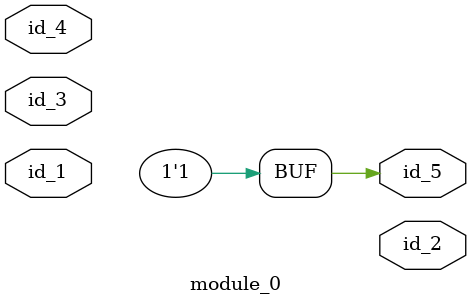
<source format=v>
module module_0 (
    id_1,
    id_2,
    id_3,
    id_4,
    id_5
);
  output id_5;
  input id_4;
  input id_3;
  output id_2;
  input id_1;
  assign id_5 = 1;
endmodule

</source>
